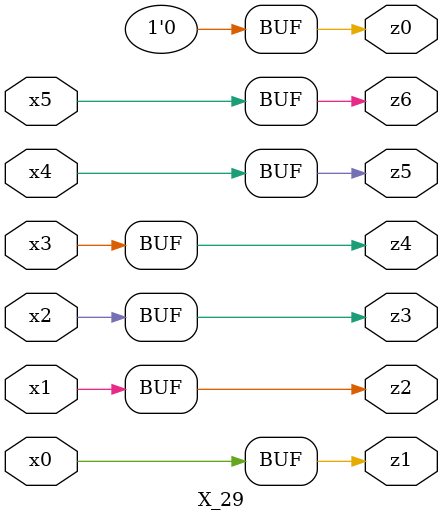
<source format=v>

module X_29 ( 
    x0, x1, x2, x3, x4, x5,
    z0, z1, z2, z3, z4, z5, z6  );
  input  x0, x1, x2, x3, x4, x5;
  output z0, z1, z2, z3, z4, z5, z6;
  assign z0 = 1'b0;
  assign z1 = x0;
  assign z2 = x1;
  assign z3 = x2;
  assign z4 = x3;
  assign z5 = x4;
  assign z6 = x5;
endmodule



</source>
